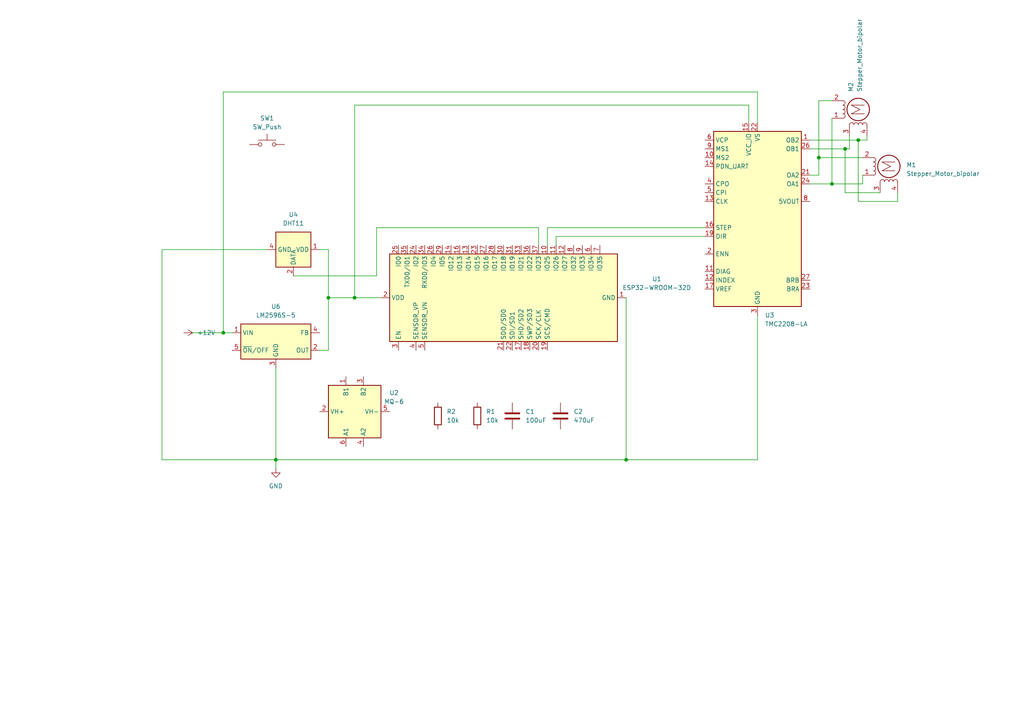
<source format=kicad_sch>
(kicad_sch (version 20250114) (generator "eeschema") (generator_version "9.0")
  (paper "A4")
  (lib_symbols
    (symbol "Device:C" (pin_numbers (hide yes)) (pin_names (offset 0.254))
      (property "Reference" "C" (at 0.635 2.54 0))
      (property "Value" "C" (at 0.635 -2.54 0))
      (symbol "C_0_1"
        (polyline (pts (xy -2.032 0.762) (xy 2.032 0.762)) (stroke (width 0.508)))
        (polyline (pts (xy -2.032 -0.762) (xy 2.032 -0.762)) (stroke (width 0.508)))
      )
      (symbol "C_1_1"
        (pin passive line (at 0 3.81 270) (length 2.794) (name "~") (number "1"))
        (pin passive line (at 0 -3.81 90) (length 2.794) (name "~") (number "2"))
      )
    )
    (symbol "Device:R" (pin_numbers (hide yes)) (pin_names (offset 0))
      (property "Reference" "R" (at 2.032 0 90))
      (property "Value" "R" (at 0 0 90))
      (symbol "R_0_1"
        (rectangle (start -1.016 -2.54) (end 1.016 2.54) (stroke (width 0.254)))
      )
      (symbol "R_1_1"
        (pin passive line (at 0 3.81 270) (length 1.27) (name "~") (number "1"))
        (pin passive line (at 0 -3.81 90) (length 1.27) (name "~") (number "2"))
      )
    )
    (symbol "Driver_Motor:TMC2208-LA"
      (property "Reference" "U" (at -12.7 -26.67 0))
      (property "Value" "TMC2208-LA" (at 7.62 -26.67 0))
      (symbol "TMC2208-LA_1_1"
        (rectangle (start -12.7 25.4) (end 12.7 -25.4) (stroke (width 0.254)) (fill (type background)))
        (pin passive line (at -15.24 22.86 0) (length 2.54) (name "VCP") (number "6"))
        (pin input line (at -15.24 20.32 0) (length 2.54) (name "MS1") (number "9"))
        (pin input line (at -15.24 17.78 0) (length 2.54) (name "MS2") (number "10"))
        (pin bidirectional line (at -15.24 15.24 0) (length 2.54) (name "PDN_UART") (number "14"))
        (pin passive line (at -15.24 10.16 0) (length 2.54) (name "CPO") (number "4"))
        (pin passive line (at -15.24 7.62 0) (length 2.54) (name "CPI") (number "5"))
        (pin input line (at -15.24 5.08 0) (length 2.54) (name "CLK") (number "13"))
        (pin input line (at -15.24 -2.54 0) (length 2.54) (name "STEP") (number "16"))
        (pin input line (at -15.24 -5.08 0) (length 2.54) (name "DIR") (number "19"))
        (pin input line (at -15.24 -10.16 0) (length 2.54) (name "ENN") (number "2"))
        (pin output line (at -15.24 -15.24 0) (length 2.54) (name "DIAG") (number "11"))
        (pin output line (at -15.24 -17.78 0) (length 2.54) (name "INDEX") (number "12"))
        (pin input line (at -15.24 -20.32 0) (length 2.54) (name "VREF") (number "17"))
        (pin power_in line (at -2.54 27.94 270) (length 2.54) (name "VCC_IO") (number "15"))
        (pin power_in line (at 0 27.94 270) (length 2.54) (name "VS") (number "22"))
        (pin passive line (at 0 27.94 270) (length 2.54) (hide yes) (name "VS") (number "28"))
        (pin passive line (at 0 -27.94 90) (length 2.54) (hide yes) (name "GND") (number "18"))
        (pin power_in line (at 0 -27.94 90) (length 2.54) (name "GND") (number "3"))
        (pin no_connect line (at 12.7 0 180) (length 2.54) (hide yes) (name "NC") (number "25"))
        (pin no_connect line (at 12.7 -2.54 180) (length 2.54) (hide yes) (name "NC") (number "20"))
        (pin no_connect line (at 12.7 -5.08 180) (length 2.54) (hide yes) (name "NC") (number "7"))
        (pin output line (at 15.24 22.86 180) (length 2.54) (name "OB2") (number "1"))
        (pin output line (at 15.24 20.32 180) (length 2.54) (name "OB1") (number "26"))
        (pin output line (at 15.24 12.7 180) (length 2.54) (name "OA2") (number "21"))
        (pin output line (at 15.24 10.16 180) (length 2.54) (name "OA1") (number "24"))
        (pin power_out line (at 15.24 5.08 180) (length 2.54) (name "5VOUT") (number "8"))
        (pin passive line (at 15.24 -17.78 180) (length 2.54) (name "BRB") (number "27"))
        (pin passive line (at 15.24 -20.32 180) (length 2.54) (name "BRA") (number "23"))
      )
    )
    (symbol "Motor:Stepper_Motor_bipolar" (pin_names (offset 0) (hide yes))
      (property "Reference" "M" (at 3.81 2.54 0))
      (property "Value" "Stepper_Motor_bipolar" (at 3.81 1.27 0))
      (symbol "Stepper_Motor_bipolar_0_0"
        (polyline (pts (xy -1.27 -1.778) (xy -1.27 2.032) (xy 0 -0.508) (xy 1.27 2.032) (xy 1.27 -1.778)))
      )
      (symbol "Stepper_Motor_bipolar_0_1"
        (polyline (pts (xy -5.08 2.54) (xy -4.445 2.54)))
        (polyline (pts (xy -5.08 -2.54) (xy -4.445 -2.54)))
        (arc (start -4.445 2.54) (mid -3.8127 1.905) (end -4.445 1.27))
        (arc (start -4.445 1.27) (mid -3.8127 0.635) (end -4.445 0))
        (arc (start -4.445 0) (mid -3.8127 -0.635) (end -4.445 -1.27))
        (arc (start -4.445 -1.27) (mid -3.8127 -1.905) (end -4.445 -2.54))
        (polyline (pts (xy -2.54 5.08) (xy -2.54 4.445)))
        (arc (start -1.27 4.445) (mid -1.905 3.8127) (end -2.54 4.445))
        (arc (start 0 4.445) (mid -0.635 3.8127) (end -1.27 4.445))
        (circle (center 0 0) (radius 3.2512) (stroke (width 0.254)))
        (arc (start 1.27 4.445) (mid 0.635 3.8127) (end 0 4.445))
        (arc (start 2.54 4.445) (mid 1.905 3.8127) (end 1.27 4.445))
        (polyline (pts (xy 2.54 5.08) (xy 2.54 4.445)))
      )
      (symbol "Stepper_Motor_bipolar_1_1"
        (pin passive line (at -7.62 2.54 0) (length 2.54) (name "~") (number "3"))
        (pin passive line (at -7.62 -2.54 0) (length 2.54) (name "~") (number "4"))
        (pin passive line (at -2.54 7.62 270) (length 2.54) (name "~") (number "1"))
        (pin passive line (at 2.54 7.62 270) (length 2.54) (name "-") (number "2"))
      )
    )
    (symbol "RF_Module:ESP32-WROOM-32D"
      (property "Reference" "U" (at -12.7 34.29 0))
      (property "Value" "ESP32-WROOM-32D" (at 1.27 34.29 0))
      (symbol "ESP32-WROOM-32D_0_1"
        (rectangle (start -12.7 33.02) (end 12.7 -33.02) (stroke (width 0.254)) (fill (type background)))
      )
      (symbol "ESP32-WROOM-32D_1_1"
        (pin input line (at -15.24 30.48 0) (length 2.54) (name "EN") (number "3"))
        (pin input line (at -15.24 25.4 0) (length 2.54) (name "SENSOR_VP") (number "4"))
        (pin input line (at -15.24 22.86 0) (length 2.54) (name "SENSOR_VN") (number "5"))
        (pin bidirectional line (at -15.24 0 0) (length 2.54) (name "SDO/SD0") (number "21"))
        (pin bidirectional line (at -15.24 -2.54 0) (length 2.54) (name "SDI/SD1") (number "22"))
        (pin bidirectional line (at -15.24 -5.08 0) (length 2.54) (name "SHD/SD2") (number "17"))
        (pin bidirectional line (at -15.24 -7.62 0) (length 2.54) (name "SWP/SD3") (number "18"))
        (pin bidirectional line (at -15.24 -10.16 0) (length 2.54) (name "SCK/CLK") (number "20"))
        (pin bidirectional line (at -15.24 -12.7 0) (length 2.54) (name "SCS/CMD") (number "19"))
        (pin no_connect line (at -12.7 -27.94 0) (length 2.54) (hide yes) (name "NC") (number "32"))
        (pin power_in line (at 0 35.56 270) (length 2.54) (name "VDD") (number "2"))
        (pin power_in line (at 0 -35.56 90) (length 2.54) (name "GND") (number "1"))
        (pin passive line (at 0 -35.56 90) (length 2.54) (hide yes) (name "GND") (number "15"))
        (pin passive line (at 0 -35.56 90) (length 2.54) (hide yes) (name "GND") (number "38"))
        (pin passive line (at 0 -35.56 90) (length 2.54) (hide yes) (name "GND") (number "39"))
        (pin bidirectional line (at 15.24 30.48 180) (length 2.54) (name "IO0") (number "25"))
        (pin bidirectional line (at 15.24 27.94 180) (length 2.54) (name "TXD0/IO1") (number "35"))
        (pin bidirectional line (at 15.24 25.4 180) (length 2.54) (name "IO2") (number "24"))
        (pin bidirectional line (at 15.24 22.86 180) (length 2.54) (name "RXD0/IO3") (number "34"))
        (pin bidirectional line (at 15.24 20.32 180) (length 2.54) (name "IO4") (number "26"))
        (pin bidirectional line (at 15.24 17.78 180) (length 2.54) (name "IO5") (number "29"))
        (pin bidirectional line (at 15.24 15.24 180) (length 2.54) (name "IO12") (number "14"))
        (pin bidirectional line (at 15.24 12.7 180) (length 2.54) (name "IO13") (number "16"))
        (pin bidirectional line (at 15.24 10.16 180) (length 2.54) (name "IO14") (number "13"))
        (pin bidirectional line (at 15.24 7.62 180) (length 2.54) (name "IO15") (number "23"))
        (pin bidirectional line (at 15.24 5.08 180) (length 2.54) (name "IO16") (number "27"))
        (pin bidirectional line (at 15.24 2.54 180) (length 2.54) (name "IO17") (number "28"))
        (pin bidirectional line (at 15.24 0 180) (length 2.54) (name "IO18") (number "30"))
        (pin bidirectional line (at 15.24 -2.54 180) (length 2.54) (name "IO19") (number "31"))
        (pin bidirectional line (at 15.24 -5.08 180) (length 2.54) (name "IO21") (number "33"))
        (pin bidirectional line (at 15.24 -7.62 180) (length 2.54) (name "IO22") (number "36"))
        (pin bidirectional line (at 15.24 -10.16 180) (length 2.54) (name "IO23") (number "37"))
        (pin bidirectional line (at 15.24 -12.7 180) (length 2.54) (name "IO25") (number "10"))
        (pin bidirectional line (at 15.24 -15.24 180) (length 2.54) (name "IO26") (number "11"))
        (pin bidirectional line (at 15.24 -17.78 180) (length 2.54) (name "IO27") (number "12"))
        (pin bidirectional line (at 15.24 -20.32 180) (length 2.54) (name "IO32") (number "8"))
        (pin bidirectional line (at 15.24 -22.86 180) (length 2.54) (name "IO33") (number "9"))
        (pin input line (at 15.24 -25.4 180) (length 2.54) (name "IO34") (number "6"))
        (pin input line (at 15.24 -27.94 180) (length 2.54) (name "IO35") (number "7"))
      )
    )
    (symbol "Regulator_Switching:LM2596S-5"
      (property "Reference" "U" (at -10.16 6.35 0))
      (property "Value" "LM2596S-5" (at 0 6.35 0))
      (symbol "LM2596S-5_0_1"
        (rectangle (start -10.16 5.08) (end 10.16 -5.08) (stroke (width 0.254)) (fill (type background)))
      )
      (symbol "LM2596S-5_1_1"
        (pin power_in line (at -12.7 2.54 0) (length 2.54) (name "VIN") (number "1"))
        (pin input line (at -12.7 -2.54 0) (length 2.54) (name "~{ON}/OFF") (number "5"))
        (pin power_in line (at 0 -7.62 90) (length 2.54) (name "GND") (number "3"))
        (pin input line (at 12.7 2.54 180) (length 2.54) (name "FB") (number "4"))
        (pin output line (at 12.7 -2.54 180) (length 2.54) (name "OUT") (number "2"))
      )
    )
    (symbol "Sensor:DHT11"
      (property "Reference" "U" (at -3.81 6.35 0))
      (property "Value" "DHT11" (at 3.81 6.35 0))
      (symbol "DHT11_0_1"
        (rectangle (start -5.08 5.08) (end 5.08 -5.08) (stroke (width 0.254)) (fill (type background)))
      )
      (symbol "DHT11_1_1"
        (pin no_connect line (at -5.08 0 0) (length 2.54) (hide yes) (name "NC") (number "3"))
        (pin power_in line (at 0 7.62 270) (length 2.54) (name "VDD") (number "1"))
        (pin power_in line (at 0 -7.62 90) (length 2.54) (name "GND") (number "4"))
        (pin bidirectional line (at 7.62 0 180) (length 2.54) (name "DATA") (number "2"))
      )
    )
    (symbol "Sensor_Gas:MQ-6"
      (property "Reference" "U" (at -6.35 8.89 0))
      (property "Value" "MQ-6" (at 3.81 8.89 0))
      (symbol "MQ-6_0_1"
        (rectangle (start -7.62 7.62) (end 7.62 -7.62) (stroke (width 0.254)) (fill (type background)))
      )
      (symbol "MQ-6_1_1"
        (pin passive line (at -10.16 2.54 0) (length 2.54) (name "A1") (number "6"))
        (pin passive line (at -10.16 -2.54 0) (length 2.54) (name "A2") (number "4"))
        (pin power_in line (at 0 10.16 270) (length 2.54) (name "VH+") (number "2"))
        (pin power_in line (at 0 -10.16 90) (length 2.54) (name "VH-") (number "5"))
        (pin passive line (at 10.16 2.54 180) (length 2.54) (name "B1") (number "1"))
        (pin passive line (at 10.16 -2.54 180) (length 2.54) (name "B2") (number "3"))
      )
    )
    (symbol "Switch:SW_Push" (pin_numbers (hide yes)) (pin_names (offset 1.016) (hide yes))
      (property "Reference" "SW" (at 1.27 2.54 0))
      (property "Value" "SW_Push" (at 0 -1.524 0))
      (symbol "SW_Push_0_1"
        (circle (center -2.032 0) (radius 0.508))
        (polyline (pts (xy 0 1.27) (xy 0 3.048)))
        (circle (center 2.032 0) (radius 0.508))
        (polyline (pts (xy 2.54 1.27) (xy -2.54 1.27)))
        (pin passive line (at -5.08 0 0) (length 2.54) (name "1") (number "1"))
        (pin passive line (at 5.08 0 180) (length 2.54) (name "2") (number "2"))
      )
    )
    (symbol "power:+12V" (power) (pin_numbers (hide yes)) (pin_names (offset 0) (hide yes))
      (property "Value" "+12V" (at 0 3.556 0))
      (symbol "+12V_0_1"
        (polyline (pts (xy -0.762 1.27) (xy 0 2.54)))
        (polyline (pts (xy 0 2.54) (xy 0.762 1.27)))
        (polyline (pts (xy 0 0) (xy 0 2.54)))
      )
      (symbol "+12V_1_1"
        (pin power_in line (at 0 0 90) (length 0) (name "~") (number "1"))
      )
    )
    (symbol "power:GND" (power) (pin_numbers (hide yes)) (pin_names (offset 0) (hide yes))
      (property "Value" "GND" (at 0 -3.81 0))
      (symbol "GND_0_1"
        (polyline (pts (xy 0 0) (xy 0 -1.27) (xy 1.27 -1.27) (xy 0 -2.54) (xy -1.27 -1.27) (xy 0 -1.27)))
      )
      (symbol "GND_1_1"
        (pin power_in line (at 0 0 270) (length 0) (name "~") (number "1"))
      )
    )
  )
  (junction (at 80.01 133.35))
  (junction (at 102.87 86.36))
  (junction (at 241.3 53.34))
  (junction (at 248.92 40.64))
  (junction (at 245.11 43.18))
  (junction (at 237.49 45.72))
  (junction (at 64.77 96.52))
  (junction (at 181.61 133.35))
  (junction (at 95.25 86.36))
  (wire (pts (xy 92.71 101.6) (xy 95.25 101.6)))
  (wire (pts (xy 102.87 86.36) (xy 110.49 86.36)))
  (wire (pts (xy 248.92 58.42) (xy 248.92 40.64)))
  (wire (pts (xy 234.95 43.18) (xy 245.11 43.18)))
  (wire (pts (xy 248.92 40.64) (xy 251.46 40.64)))
  (wire (pts (xy 217.17 30.48) (xy 102.87 30.48)))
  (wire (pts (xy 85.09 80.01) (xy 109.22 80.01)))
  (wire (pts (xy 260.35 58.42) (xy 248.92 58.42)))
  (wire (pts (xy 237.49 29.21) (xy 241.3 29.21)))
  (wire (pts (xy 234.95 50.8) (xy 237.49 50.8)))
  (wire (pts (xy 241.3 53.34) (xy 250.19 53.34)))
  (wire (pts (xy 204.47 68.58) (xy 161.29 68.58)))
  (wire (pts (xy 158.75 66.04) (xy 158.75 71.12)))
  (wire (pts (xy 55.88 96.52) (xy 64.77 96.52)))
  (wire (pts (xy 237.49 50.8) (xy 237.49 45.72)))
  (wire (pts (xy 46.99 133.35) (xy 80.01 133.35)))
  (wire (pts (xy 109.22 80.01) (xy 109.22 66.04)))
  (wire (pts (xy 219.71 35.56) (xy 219.71 26.67)))
  (wire (pts (xy 95.25 86.36) (xy 102.87 86.36)))
  (wire (pts (xy 95.25 101.6) (xy 95.25 86.36)))
  (wire (pts (xy 217.17 35.56) (xy 217.17 30.48)))
  (wire (pts (xy 80.01 135.89) (xy 80.01 133.35)))
  (wire (pts (xy 161.29 68.58) (xy 161.29 71.12)))
  (wire (pts (xy 234.95 40.64) (xy 248.92 40.64)))
  (wire (pts (xy 95.25 86.36) (xy 95.25 72.39)))
  (wire (pts (xy 219.71 26.67) (xy 64.77 26.67)))
  (wire (pts (xy 237.49 45.72) (xy 237.49 29.21)))
  (wire (pts (xy 77.47 72.39) (xy 46.99 72.39)))
  (wire (pts (xy 245.11 43.18) (xy 246.38 43.18)))
  (wire (pts (xy 219.71 133.35) (xy 181.61 133.35)))
  (wire (pts (xy 64.77 96.52) (xy 67.31 96.52)))
  (wire (pts (xy 241.3 53.34) (xy 241.3 34.29)))
  (wire (pts (xy 255.27 55.88) (xy 245.11 55.88)))
  (wire (pts (xy 204.47 66.04) (xy 158.75 66.04)))
  (wire (pts (xy 80.01 133.35) (xy 181.61 133.35)))
  (wire (pts (xy 237.49 45.72) (xy 250.19 45.72)))
  (wire (pts (xy 181.61 86.36) (xy 181.61 133.35)))
  (wire (pts (xy 234.95 53.34) (xy 241.3 53.34)))
  (wire (pts (xy 251.46 40.64) (xy 251.46 39.37)))
  (wire (pts (xy 102.87 30.48) (xy 102.87 86.36)))
  (wire (pts (xy 246.38 43.18) (xy 246.38 39.37)))
  (wire (pts (xy 219.71 91.44) (xy 219.71 133.35)))
  (wire (pts (xy 64.77 26.67) (xy 64.77 96.52)))
  (wire (pts (xy 156.21 66.04) (xy 156.21 71.12)))
  (wire (pts (xy 46.99 72.39) (xy 46.99 133.35)))
  (wire (pts (xy 260.35 55.88) (xy 260.35 58.42)))
  (wire (pts (xy 80.01 106.68) (xy 80.01 133.35)))
  (wire (pts (xy 250.19 53.34) (xy 250.19 50.8)))
  (wire (pts (xy 245.11 55.88) (xy 245.11 43.18)))
  (wire (pts (xy 109.22 66.04) (xy 156.21 66.04)))
  (wire (pts (xy 95.25 72.39) (xy 92.71 72.39)))
  (symbol (lib_id "Sensor:DHT11") (at 85.09 72.39 270) (unit 1)
    (property "Reference" "U4" (at 85.09 62.23 90))
    (property "Value" "DHT11" (at 85.09 64.77 90))
    (property "Footprint" "Sensor:Aosong_DHT11_5.5x12.0_P2.54mm" (effects (hide yes)))
    (property "Datasheet" "http://akizukidenshi.com/download/ds/aosong/DHT11.pdf" (effects (hide yes)))
    (property "Description" "3.3V to 5.5V, temperature and humidity module, DHT11" (effects (hide yes)))
  )
  (symbol (lib_id "power:+12V") (at 53.34 96.52 270) (unit 1)
    (property "Reference" "#PWR01" (effects (hide yes)))
    (property "Value" "+12V" (at 57.15 96.5199 90) (effects (justify left)))
    (property "Description" "Power symbol creates a global label with name \"+12V\"" (effects (hide yes)))
  )
  (symbol (lib_id "Motor:Stepper_Motor_bipolar") (at 248.92 31.75 90) (unit 1)
    (property "Reference" "M2" (at 246.799 26.67 0) (effects (justify left)))
    (property "Value" "Stepper_Motor_bipolar" (at 249.339 26.67 0) (effects (justify left)))
    (property "Datasheet" "http://www.infineon.com/dgdl/Application-Note-TLE8110EE_driving_UniPolarStepperMotor_V1.1.pdf?fileId=db3a30431be39b97011be5d0aa0a00b0" (effects (hide yes)))
    (property "Description" "4-wire bipolar stepper motor" (effects (hide yes)))
  )
  (symbol (lib_id "power:GND") (at 80.01 135.89 0) (unit 1)
    (property "Reference" "#PWR02" (effects (hide yes)))
    (property "Value" "GND" (at 80.01 140.97 0))
    (property "Description" "Power symbol creates a global label with name \"GND\" , ground" (effects (hide yes)))
  )
  (symbol (lib_id "Device:C") (at 162.56 120.65 0) (unit 1)
    (property "Reference" "C2" (at 166.37 119.3799 0) (effects (justify left)))
    (property "Value" "470uF" (at 166.37 121.9199 0) (effects (justify left)))
    (property "Description" "Unpolarized capacitor" (effects (hide yes)))
  )
  (symbol (lib_id "Driver_Motor:TMC2208-LA") (at 219.71 63.5 0) (unit 1)
    (property "Reference" "U3" (at 221.8533 91.44 0) (effects (justify left)))
    (property "Value" "TMC2208-LA" (at 221.8533 93.98 0) (effects (justify left)))
    (property "Footprint" "Package_DFN_QFN:TQFN-32-1EP_5x5mm_P0.5mm_EP3.4x3.4mm_ThermalVias" (effects (hide yes)))
    (property "Datasheet" "https://www.analog.com/media/en/technical-documentation/data-sheets/TMC2202_TMC2208_TMC2224_datasheet_rev1.13.pdf" (effects (hide yes)))
    (property "Description" "Standalone driver for two-phase bipolar stepper motor, 2A, 4.75… 36V, UART, internal FETs, QFN28" (effects (hide yes)))
  )
  (symbol (lib_id "Switch:SW_Push") (at 77.47 41.91 0) (unit 1)
    (property "Reference" "SW1" (at 77.47 34.29 0))
    (property "Value" "SW_Push" (at 77.47 36.83 0))
    (property "Description" "Push button switch, generic, two pins" (effects (hide yes)))
  )
  (symbol (lib_id "Motor:Stepper_Motor_bipolar") (at 257.81 48.26 90) (unit 1)
    (property "Reference" "M1" (at 262.89 47.8408 90) (effects (justify right)))
    (property "Value" "Stepper_Motor_bipolar" (at 262.89 50.3808 90) (effects (justify right)))
    (property "Datasheet" "http://www.infineon.com/dgdl/Application-Note-TLE8110EE_driving_UniPolarStepperMotor_V1.1.pdf?fileId=db3a30431be39b97011be5d0aa0a00b0" (effects (hide yes)))
    (property "Description" "4-wire bipolar stepper motor" (effects (hide yes)))
  )
  (symbol (lib_id "Device:C") (at 148.59 120.65 0) (unit 1)
    (property "Reference" "C1" (at 152.4 119.3799 0) (effects (justify left)))
    (property "Value" "100uF" (at 152.4 121.9199 0) (effects (justify left)))
    (property "Description" "Unpolarized capacitor" (effects (hide yes)))
  )
  (symbol (lib_id "Device:R") (at 138.43 120.65 0) (unit 1)
    (property "Reference" "R1" (at 140.97 119.3799 0) (effects (justify left)))
    (property "Value" "10k" (at 140.97 121.9199 0) (effects (justify left)))
    (property "Description" "Resistor" (effects (hide yes)))
  )
  (symbol (lib_id "Regulator_Switching:LM2596S-5") (at 80.01 99.06 0) (unit 1)
    (property "Reference" "U6" (at 80.01 88.9 0))
    (property "Value" "LM2596S-5" (at 80.01 91.44 0))
    (property "Footprint" "Package_TO_SOT_SMD:TO-263-5_TabPin3" (effects (hide yes)))
    (property "Datasheet" "http://www.ti.com/lit/ds/symlink/lm2596.pdf" (effects (hide yes)))
    (property "Description" "5V 3A Step-Down Voltage Regulator, TO-263" (effects (hide yes)))
  )
  (symbol (lib_id "RF_Module:ESP32-WROOM-32D") (at 146.05 86.36 90) (unit 1)
    (property "Reference" "U1" (at 190.5 80.9146 90))
    (property "Value" "ESP32-WROOM-32D" (at 190.5 83.4546 90))
    (property "Footprint" "RF_Module:ESP32-WROOM-32D" (effects (hide yes)))
    (property "Datasheet" "https://www.espressif.com/sites/default/files/documentation/esp32-wroom-32d_esp32-wroom-32u_datasheet_en.pdf" (effects (hide yes)))
    (property "Description" "RF Module, ESP32-D0WD SoC, Wi-Fi 802.11b/g/n, Bluetooth, BLE, 32-bit, 2.7-3.6V, onboard antenna, SMD" (effects (hide yes)))
  )
  (symbol (lib_id "Sensor_Gas:MQ-6") (at 102.87 119.38 90) (unit 1)
    (property "Reference" "U2" (at 114.3 113.9346 90))
    (property "Value" "MQ-6" (at 114.3 116.4746 90))
    (property "Footprint" "Sensor:MQ-6" (effects (hide yes)))
    (property "Datasheet" "https://www.winsen-sensor.com/d/files/semiconductor/mq-6.pdf" (effects (hide yes)))
    (property "Description" "Semiconductor Sensor for Flammable Gas" (effects (hide yes)))
  )
  (symbol (lib_id "Device:R") (at 127 120.65 0) (unit 1)
    (property "Reference" "R2" (at 129.54 119.3799 0) (effects (justify left)))
    (property "Value" "10k" (at 129.54 121.9199 0) (effects (justify left)))
    (property "Description" "Resistor" (effects (hide yes)))
  )
)
</source>
